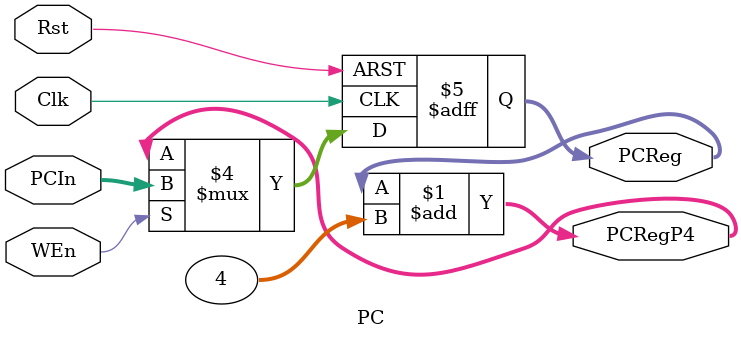
<source format=v>



module PC(Rst, Clk, PCReg, PCRegP4, PCIn, WEn);
	input wire	Rst;
	input wire	Clk;	
	input wire	WEn;
	input wire[31:0]	PCIn;

	output reg[31:0]	PCReg;
	output wire[31:0]	PCRegP4;

	assign PCRegP4 = PCReg + 32'h4;

	always @(negedge Rst or posedge Clk) begin
		if (Rst == 0) begin
			PCReg[31:0] <= 32'hBFC00000;
		end else begin
			PCReg[31:0] <= WEn ? PCIn[31:0] : PCRegP4[31:0];
		end
	end
endmodule

</source>
